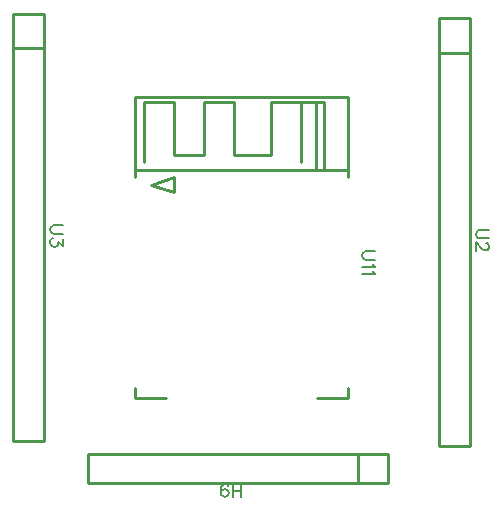
<source format=gto>
G04 Layer: TopSilkscreenLayer*
G04 EasyEDA v6.5.51, 2025-12-30 14:59:57*
G04 e2b6940d57744ff6b67d484dd8a43087,29e69997831044be9a653ea2d9381927,10*
G04 Gerber Generator version 0.2*
G04 Scale: 100 percent, Rotated: No, Reflected: No *
G04 Dimensions in millimeters *
G04 leading zeros omitted , absolute positions ,4 integer and 5 decimal *
%FSLAX45Y45*%
%MOMM*%

%ADD10C,0.1524*%
%ADD11C,0.2540*%
%ADD12C,0.0163*%

%LPD*%
D10*
X5397500Y1751584D02*
G01*
X5397500Y1860550D01*
X5324856Y1751584D02*
G01*
X5324856Y1860550D01*
X5397500Y1803400D02*
G01*
X5324856Y1803400D01*
X5223002Y1787905D02*
G01*
X5228081Y1803400D01*
X5238495Y1813813D01*
X5253990Y1819147D01*
X5259324Y1819147D01*
X5274818Y1813813D01*
X5285231Y1803400D01*
X5290565Y1787905D01*
X5290565Y1782826D01*
X5285231Y1767078D01*
X5274818Y1756663D01*
X5259324Y1751584D01*
X5253990Y1751584D01*
X5238495Y1756663D01*
X5228081Y1767078D01*
X5223002Y1787905D01*
X5223002Y1813813D01*
X5228081Y1839976D01*
X5238495Y1855470D01*
X5253990Y1860550D01*
X5264404Y1860550D01*
X5280152Y1855470D01*
X5285231Y1845055D01*
X7494015Y4013200D02*
G01*
X7416038Y4013200D01*
X7400543Y4008120D01*
X7390129Y3997705D01*
X7385050Y3981957D01*
X7385050Y3971544D01*
X7390129Y3956050D01*
X7400543Y3945636D01*
X7416038Y3940555D01*
X7494015Y3940555D01*
X7468108Y3900931D02*
G01*
X7473188Y3900931D01*
X7483602Y3895852D01*
X7488936Y3890518D01*
X7494015Y3880104D01*
X7494015Y3859529D01*
X7488936Y3849115D01*
X7483602Y3843781D01*
X7473188Y3838702D01*
X7462774Y3838702D01*
X7452359Y3843781D01*
X7436865Y3854195D01*
X7385050Y3906265D01*
X7385050Y3833368D01*
X3887215Y4051300D02*
G01*
X3809238Y4051300D01*
X3793743Y4046220D01*
X3783329Y4035805D01*
X3778250Y4020057D01*
X3778250Y4009644D01*
X3783329Y3994150D01*
X3793743Y3983736D01*
X3809238Y3978655D01*
X3887215Y3978655D01*
X3887215Y3933952D02*
G01*
X3887215Y3876802D01*
X3845559Y3907789D01*
X3845559Y3892295D01*
X3840479Y3881881D01*
X3835400Y3876802D01*
X3819652Y3871468D01*
X3809238Y3871468D01*
X3793743Y3876802D01*
X3783329Y3887215D01*
X3778250Y3902710D01*
X3778250Y3918204D01*
X3783329Y3933952D01*
X3788409Y3939031D01*
X3798824Y3944365D01*
X6528790Y3834447D02*
G01*
X6450812Y3834447D01*
X6435318Y3829367D01*
X6424904Y3818953D01*
X6419824Y3803205D01*
X6419824Y3792791D01*
X6424904Y3777297D01*
X6435318Y3766883D01*
X6450812Y3761803D01*
X6528790Y3761803D01*
X6507962Y3727513D02*
G01*
X6513296Y3717099D01*
X6528790Y3701351D01*
X6419824Y3701351D01*
X6507962Y3667061D02*
G01*
X6513296Y3656647D01*
X6528790Y3641153D01*
X6419824Y3641153D01*
D11*
X6388097Y1868901D02*
G01*
X6388097Y2118901D01*
X4102102Y2118901D02*
G01*
X6642097Y2118901D01*
X4102102Y2118901D02*
G01*
X4102102Y1868901D01*
X6642097Y1868901D01*
X6642097Y2118901D01*
X7334867Y2209800D02*
G01*
X7334867Y2184400D01*
X7073900Y2184400D01*
X7073900Y2209800D01*
X7334867Y5765800D02*
G01*
X7334867Y5803900D01*
X7073900Y5803900D01*
X7073900Y5765800D01*
X7334867Y5765800D02*
G01*
X7334867Y2209800D01*
X7334867Y5513410D02*
G01*
X7073900Y5513410D01*
X7073900Y5765800D02*
G01*
X7073900Y2209800D01*
X3728067Y2247900D02*
G01*
X3728067Y2222500D01*
X3467100Y2222500D01*
X3467100Y2247900D01*
X3728067Y5803900D02*
G01*
X3728067Y5842000D01*
X3467100Y5842000D01*
X3467100Y5803900D01*
X3728067Y5803900D02*
G01*
X3728067Y2247900D01*
X3728067Y5551510D02*
G01*
X3467100Y5551510D01*
X3467100Y5803900D02*
G01*
X3467100Y2247900D01*
X4497504Y2592009D02*
G01*
X4757892Y2592009D01*
X6297505Y4461123D02*
G01*
X6297505Y5142011D01*
X4497504Y5142006D02*
G01*
X4497504Y4461123D01*
X4497504Y5142011D02*
G01*
X6297505Y5142011D01*
X4497504Y4520008D02*
G01*
X6297505Y4520008D01*
X6032505Y5091508D02*
G01*
X5905505Y5091508D01*
X5905505Y4583508D01*
X5905505Y5091508D02*
G01*
X5651505Y5091508D01*
X5651505Y4647008D01*
X5334005Y4647008D01*
X5334005Y5091508D01*
X5080005Y5091508D01*
X5080005Y4647008D01*
X5080005Y4647008D02*
G01*
X4826005Y4647008D01*
X4826005Y5091508D01*
X4572005Y5091508D01*
X4572005Y4583508D01*
X4826005Y4456508D02*
G01*
X4826005Y4329508D01*
X4635505Y4393008D01*
X4826005Y4456508D01*
X4497504Y2673896D02*
G01*
X4497504Y2592009D01*
X6037125Y2592009D02*
G01*
X6297505Y2592009D01*
X6297505Y2592009D02*
G01*
X6297505Y2673896D01*
X6096000Y5091493D02*
G01*
X6096000Y4519993D01*
X6032500Y4519993D01*
X6032500Y5091493D01*
X6096000Y5091493D01*
M02*

</source>
